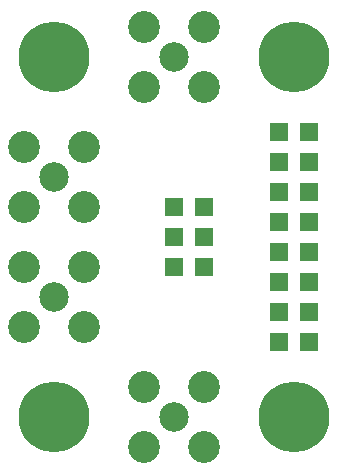
<source format=gbr>
%TF.GenerationSoftware,KiCad,Pcbnew,6.0.11+dfsg-1~bpo11+1*%
%TF.CreationDate,2023-05-28T01:06:14+00:00*%
%TF.ProjectId,ACOMP01,41434f4d-5030-4312-9e6b-696361645f70,rev?*%
%TF.SameCoordinates,Original*%
%TF.FileFunction,Soldermask,Top*%
%TF.FilePolarity,Negative*%
%FSLAX46Y46*%
G04 Gerber Fmt 4.6, Leading zero omitted, Abs format (unit mm)*
G04 Created by KiCad (PCBNEW 6.0.11+dfsg-1~bpo11+1) date 2023-05-28 01:06:14*
%MOMM*%
%LPD*%
G01*
G04 APERTURE LIST*
%ADD10R,1.524000X1.524000*%
%ADD11C,6.000000*%
%ADD12C,2.500000*%
%ADD13C,2.700000*%
G04 APERTURE END LIST*
D10*
%TO.C,J6*%
X21590000Y6350000D03*
X19050000Y6350000D03*
X21590000Y8890000D03*
X19050000Y8890000D03*
X21590000Y11430000D03*
X19050000Y11430000D03*
X21590000Y13970000D03*
X19050000Y13970000D03*
%TD*%
D11*
%TO.C,M2*%
X0Y30480000D03*
%TD*%
%TO.C,M4*%
X20320000Y0D03*
%TD*%
D10*
%TO.C,J7*%
X21590000Y16510000D03*
X19050000Y16510000D03*
X21590000Y19050000D03*
X19050000Y19050000D03*
X21590000Y21590000D03*
X19050000Y21590000D03*
X21590000Y24130000D03*
X19050000Y24130000D03*
%TD*%
D12*
%TO.C,J2*%
X10160000Y0D03*
D13*
X7620000Y-2540000D03*
X12700000Y-2540000D03*
X12700000Y2540000D03*
X7620000Y2540000D03*
%TD*%
D10*
%TO.C,J1*%
X10160000Y17780000D03*
X12700000Y17780000D03*
X10160000Y15240000D03*
X12700000Y15240000D03*
X10160000Y12700000D03*
X12700000Y12700000D03*
%TD*%
D12*
%TO.C,J4*%
X0Y20320000D03*
D13*
X-2540000Y22860000D03*
X2540000Y22860000D03*
X2540000Y17780000D03*
X-2540000Y17780000D03*
%TD*%
D11*
%TO.C,M3*%
X0Y0D03*
%TD*%
%TO.C,M1*%
X20320000Y30480000D03*
%TD*%
D12*
%TO.C,J5*%
X10160000Y30480000D03*
D13*
X12700000Y33020000D03*
X12700000Y27940000D03*
X7620000Y33020000D03*
X7620000Y27940000D03*
%TD*%
D12*
%TO.C,J3*%
X0Y10160000D03*
D13*
X-2540000Y7620000D03*
X-2540000Y12700000D03*
X2540000Y12700000D03*
X2540000Y7620000D03*
%TD*%
M02*

</source>
